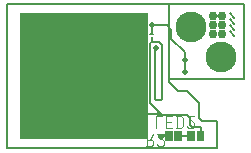
<source format=gbr>
G04 This is an RS-274x file exported by *
G04 gerbv version 2.7.0 *
G04 More information is available about gerbv at *
G04 http://gerbv.geda-project.org/ *
G04 --End of header info--*
%MOIN*%
%FSLAX36Y36*%
%IPPOS*%
G04 --Define apertures--*
%ADD10C,0.0060*%
%ADD11C,0.0040*%
%ADD12C,0.0394*%
%ADD13C,0.0001*%
%ADD14C,0.0200*%
%ADD15C,0.0100*%
%ADD16C,0.0300*%
%ADD17C,0.1027*%
G04 --Start main section--*
G54D10*
G01X0485000Y0385000D02*
G01X0495000Y0385000D01*
G01X0547500Y0235000D02*
G01X0547500Y0482500D01*
G01X0547500Y0482500D02*
G01X0545000Y0485000D01*
G54D11*
G01X0470260Y0013500D02*
G01X0490260Y0013500D01*
G01X0490260Y0013500D02*
G01X0495260Y0018500D01*
G01X0495260Y0018500D02*
G01X0495260Y0028500D01*
G01X0490260Y0033500D02*
G01X0495260Y0028500D01*
G01X0475260Y0033500D02*
G01X0490260Y0033500D01*
G01X0475260Y0013500D02*
G01X0475260Y0053500D01*
G01X0483260Y0033500D02*
G01X0495260Y0053500D01*
G01X0507260Y0018500D02*
G01X0512260Y0013500D01*
G01X0512260Y0013500D02*
G01X0527260Y0013500D01*
G01X0527260Y0013500D02*
G01X0532260Y0018500D01*
G01X0532260Y0018500D02*
G01X0532260Y0028500D01*
G01X0507260Y0053500D02*
G01X0532260Y0028500D01*
G01X0507260Y0053500D02*
G01X0532260Y0053500D01*
G01X0506000Y0073500D02*
G01X0506000Y0113500D01*
G01X0506000Y0113500D02*
G01X0526000Y0113500D01*
G01X0538000Y0091500D02*
G01X0553000Y0091500D01*
G01X0538000Y0113500D02*
G01X0558000Y0113500D01*
G01X0538000Y0073500D02*
G01X0538000Y0113500D01*
G01X0538000Y0073500D02*
G01X0558000Y0073500D01*
G01X0575000Y0073500D02*
G01X0575000Y0113500D01*
G01X0588000Y0073500D02*
G01X0595000Y0080500D01*
G01X0595000Y0080500D02*
G01X0595000Y0106500D01*
G01X0588000Y0113500D02*
G01X0595000Y0106500D01*
G01X0570000Y0113500D02*
G01X0588000Y0113500D01*
G01X0570000Y0073500D02*
G01X0588000Y0073500D01*
G01X0607000Y0078500D02*
G01X0612000Y0073500D01*
G01X0612000Y0073500D02*
G01X0627000Y0073500D01*
G01X0627000Y0073500D02*
G01X0632000Y0078500D01*
G01X0632000Y0078500D02*
G01X0632000Y0088500D01*
G01X0607000Y0113500D02*
G01X0632000Y0088500D01*
G01X0607000Y0113500D02*
G01X0632000Y0113500D01*
G01X0000000Y0000000D02*
G54D10*
G01X0617500Y0107500D02*
G01X0608520Y0116480D01*
G01X0600000Y0260000D02*
G01X0600000Y0325000D01*
G01X0600000Y0325000D02*
G01X0555000Y0370000D01*
G01X0555000Y0370000D02*
G01X0555000Y0400000D01*
G01X0555000Y0400000D02*
G01X0540000Y0415000D01*
G01X0518520Y0116480D02*
G01X0515000Y0120000D01*
G01X0515000Y0120000D02*
G01X0515000Y0125000D01*
G01X0525000Y0225000D02*
G01X0525000Y0235000D01*
G01X0515000Y0125000D02*
G01X0485000Y0155000D01*
G01X0525000Y0170000D02*
G01X0520000Y0165000D01*
G01X0520000Y0165000D02*
G01X0505000Y0165000D01*
G01X0505000Y0165000D02*
G01X0500000Y0170000D01*
G01X0500000Y0170000D02*
G01X0500000Y0335000D01*
G01X0525000Y0170000D02*
G01X0525000Y0350000D01*
G01X0485000Y0355000D02*
G01X0485000Y0155000D01*
G01X0653240Y0045000D02*
G01X0653240Y0071760D01*
G01X0653240Y0071760D02*
G01X0650000Y0075000D01*
G01X0650000Y0075000D02*
G01X0625000Y0075000D01*
G01X0625000Y0075000D02*
G01X0617500Y0082500D01*
G01X0621760Y0045000D02*
G01X0578980Y0045000D01*
G01X0547500Y0045000D02*
G01X0524970Y0045000D01*
G01X0524970Y0045000D02*
G01X0521560Y0041580D01*
G01X0617500Y0082500D02*
G01X0617500Y0107500D01*
G01X0608520Y0116480D02*
G01X0518520Y0116480D01*
G01X0515000Y0120000D02*
G01X0390000Y0120000D01*
G01X0390000Y0120000D02*
G01X0265000Y0245000D01*
G01X0500000Y0335000D02*
G01X0505000Y0340000D01*
G01X0525000Y0350000D02*
G01X0515000Y0360000D01*
G01X0515000Y0360000D02*
G01X0490000Y0360000D01*
G01X0490000Y0360000D02*
G01X0485000Y0355000D01*
G01X0490000Y0360000D02*
G01X0490000Y0375000D01*
G01X0540000Y0415000D02*
G01X0490000Y0415000D01*
G01X0490000Y0415000D02*
G01X0490000Y0390000D01*
G01X0695000Y0445000D02*
G01X0725000Y0445000D01*
G01X0750000Y0455000D02*
G01X0765000Y0440000D01*
G01X0750000Y0435000D02*
G01X0765000Y0420000D01*
G01X0750000Y0415000D02*
G01X0765000Y0400000D01*
G01X0765000Y0380000D02*
G01X0750000Y0395000D01*
G54D12*
G01X0722500Y0310000D03*
G54D13*
G36*
G01X0557340Y0058770D02*
G01X0537660Y0058770D01*
G01X0537660Y0031230D01*
G01X0557340Y0031230D01*
G01X0557340Y0058770D01*
G37*
G36*
G01X0588820Y0058770D02*
G01X0569140Y0058770D01*
G01X0569140Y0031230D01*
G01X0588820Y0031230D01*
G01X0588820Y0058770D01*
G37*
G36*
G01X0631600Y0058770D02*
G01X0611920Y0058770D01*
G01X0611920Y0031230D01*
G01X0631600Y0031230D01*
G01X0631600Y0058770D01*
G37*
G36*
G01X0663080Y0058770D02*
G01X0643400Y0058770D01*
G01X0643400Y0031230D01*
G01X0663080Y0031230D01*
G01X0663080Y0058770D01*
G37*
G54D12*
G01X0622500Y0410000D03*
G54D13*
G36*
G01X0062500Y0445000D02*
G01X0062500Y0045000D01*
G01X0467500Y0045000D01*
G01X0467500Y0445000D01*
G01X0062500Y0445000D01*
G37*
G54D14*
G01X0600000Y0300000D03*
G01X0600000Y0260000D03*
G01X0505000Y0340000D03*
G01X0521560Y0041580D03*
G01X0515000Y0120000D03*
G01X0725000Y0445000D03*
G01X0725000Y0415000D03*
G01X0490000Y0415000D03*
G01X0695000Y0445000D03*
G01X0695000Y0415000D03*
G01X0695000Y0385000D03*
G01X0725000Y0385000D03*
G01X0000000Y0000000D02*
G54D10*
G01X0707500Y0005000D02*
G01X0007500Y0005000D01*
G01X0547500Y0225000D02*
G01X0577500Y0195000D01*
G01X0577500Y0195000D02*
G01X0607500Y0195000D01*
G01X0647500Y0155000D02*
G01X0607500Y0195000D01*
G01X0797500Y0235000D02*
G01X0547500Y0235000D01*
G01X0547500Y0235000D02*
G01X0547500Y0225000D01*
G01X0007500Y0005000D02*
G01X0007500Y0485000D01*
G01X0647500Y0155000D02*
G01X0647500Y0105000D01*
G01X0647500Y0105000D02*
G01X0657500Y0095000D01*
G01X0657500Y0095000D02*
G01X0707500Y0095000D01*
G01X0707500Y0095000D02*
G01X0707500Y0005000D01*
G01X0007500Y0485000D02*
G01X0797500Y0485000D01*
G01X0797500Y0485000D02*
G01X0797500Y0235000D01*
G01X0000000Y0000000D02*
G54D16*
G01X0725000Y0445000D03*
G01X0725000Y0415000D03*
G01X0695000Y0445000D03*
G01X0695000Y0415000D03*
G01X0695000Y0385000D03*
G01X0725000Y0385000D03*
G54D17*
G01X0722500Y0310000D03*
G54D13*
G36*
G01X0560340Y0061770D02*
G01X0534660Y0061770D01*
G01X0534660Y0028230D01*
G01X0560340Y0028230D01*
G01X0560340Y0061770D01*
G37*
G36*
G01X0591820Y0061770D02*
G01X0566140Y0061770D01*
G01X0566140Y0028230D01*
G01X0591820Y0028230D01*
G01X0591820Y0061770D01*
G37*
G36*
G01X0634600Y0061770D02*
G01X0608920Y0061770D01*
G01X0608920Y0028230D01*
G01X0634600Y0028230D01*
G01X0634600Y0061770D01*
G37*
G36*
G01X0666080Y0061770D02*
G01X0640400Y0061770D01*
G01X0640400Y0028230D01*
G01X0666080Y0028230D01*
G01X0666080Y0061770D01*
G37*
G54D17*
G01X0622500Y0410000D03*
G54D13*
G36*
G01X0052500Y0455000D02*
G01X0052500Y0035000D01*
G01X0477500Y0035000D01*
G01X0477500Y0455000D01*
G01X0052500Y0455000D01*
G37*
G01X0000000Y0000000D02*
G54D15*
G01X0490000Y0415000D03*
G01X0505000Y0340000D03*
G01X0515000Y0120000D03*
G01X0521600Y0041600D03*
G01X0600000Y0300000D03*
G01X0600000Y0260000D03*
G01X0695000Y0445000D03*
G01X0695000Y0415000D03*
G01X0695000Y0385000D03*
G01X0725000Y0445000D03*
G01X0725000Y0415000D03*
G01X0725000Y0385000D03*
M02*

</source>
